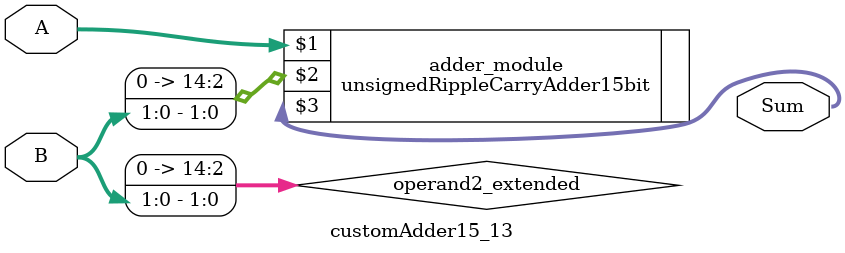
<source format=v>

module customAdder15_13(
                    input [14 : 0] A,
                    input [1 : 0] B,
                    
                    output [15 : 0] Sum
            );

    wire [14 : 0] operand2_extended;
    
    assign operand2_extended =  {13'b0, B};
    
    unsignedRippleCarryAdder15bit adder_module(
        A,
        operand2_extended,
        Sum
    );
    
endmodule
        
</source>
